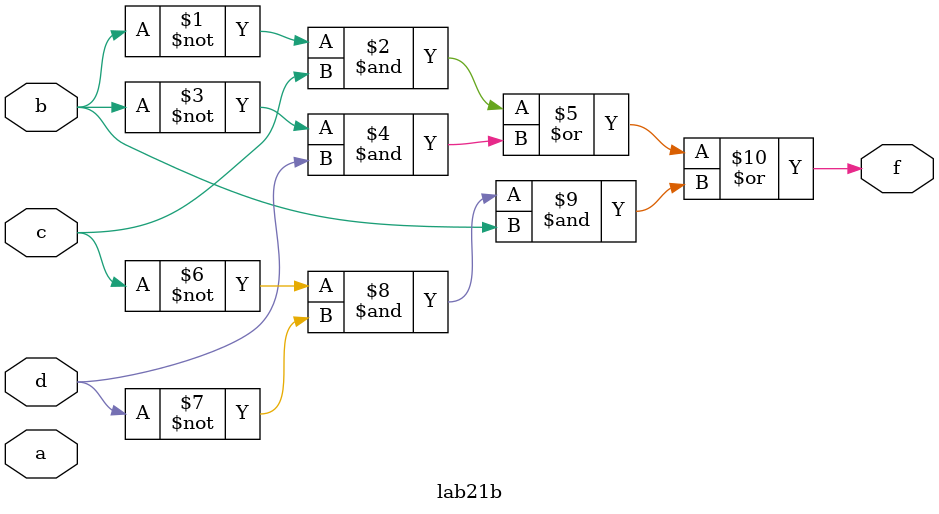
<source format=v>
module lab21b(a,b,c,d,f);
input a,b,c,d;
output f;
assign f =  (~b)&c | (~b)&d | ((~c)&(~d)&b);
endmodule

</source>
